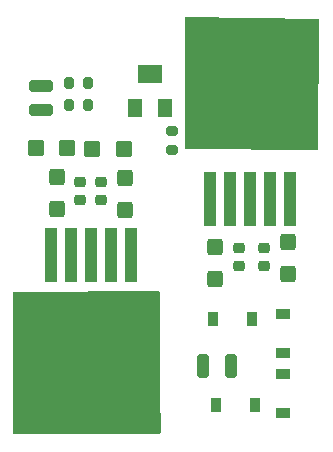
<source format=gbr>
%TF.GenerationSoftware,KiCad,Pcbnew,(6.0.5)*%
%TF.CreationDate,2022-07-20T13:20:04-04:00*%
%TF.ProjectId,torque_motor_design,746f7271-7565-45f6-9d6f-746f725f6465,rev?*%
%TF.SameCoordinates,Original*%
%TF.FileFunction,Paste,Top*%
%TF.FilePolarity,Positive*%
%FSLAX46Y46*%
G04 Gerber Fmt 4.6, Leading zero omitted, Abs format (unit mm)*
G04 Created by KiCad (PCBNEW (6.0.5)) date 2022-07-20 13:20:04*
%MOMM*%
%LPD*%
G01*
G04 APERTURE LIST*
G04 Aperture macros list*
%AMRoundRect*
0 Rectangle with rounded corners*
0 $1 Rounding radius*
0 $2 $3 $4 $5 $6 $7 $8 $9 X,Y pos of 4 corners*
0 Add a 4 corners polygon primitive as box body*
4,1,4,$2,$3,$4,$5,$6,$7,$8,$9,$2,$3,0*
0 Add four circle primitives for the rounded corners*
1,1,$1+$1,$2,$3*
1,1,$1+$1,$4,$5*
1,1,$1+$1,$6,$7*
1,1,$1+$1,$8,$9*
0 Add four rect primitives between the rounded corners*
20,1,$1+$1,$2,$3,$4,$5,0*
20,1,$1+$1,$4,$5,$6,$7,0*
20,1,$1+$1,$6,$7,$8,$9,0*
20,1,$1+$1,$8,$9,$2,$3,0*%
G04 Aperture macros list end*
%ADD10RoundRect,0.225000X0.250000X-0.225000X0.250000X0.225000X-0.250000X0.225000X-0.250000X-0.225000X0*%
%ADD11RoundRect,0.250000X0.425000X-0.450000X0.425000X0.450000X-0.425000X0.450000X-0.425000X-0.450000X0*%
%ADD12RoundRect,0.250000X-0.450000X-0.425000X0.450000X-0.425000X0.450000X0.425000X-0.450000X0.425000X0*%
%ADD13R,1.300000X1.600000*%
%ADD14R,2.000000X1.600000*%
%ADD15RoundRect,0.225000X-0.250000X0.225000X-0.250000X-0.225000X0.250000X-0.225000X0.250000X0.225000X0*%
%ADD16RoundRect,0.200000X0.200000X0.275000X-0.200000X0.275000X-0.200000X-0.275000X0.200000X-0.275000X0*%
%ADD17R,5.250000X4.550000*%
%ADD18R,1.100000X4.600000*%
%ADD19RoundRect,0.250000X0.250000X0.750000X-0.250000X0.750000X-0.250000X-0.750000X0.250000X-0.750000X0*%
%ADD20RoundRect,0.200000X-0.200000X-0.275000X0.200000X-0.275000X0.200000X0.275000X-0.200000X0.275000X0*%
%ADD21R,1.200000X0.900000*%
%ADD22RoundRect,0.250000X-0.425000X0.450000X-0.425000X-0.450000X0.425000X-0.450000X0.425000X0.450000X0*%
%ADD23R,0.900000X1.200000*%
%ADD24RoundRect,0.250000X0.750000X-0.250000X0.750000X0.250000X-0.750000X0.250000X-0.750000X-0.250000X0*%
%ADD25RoundRect,0.200000X-0.275000X0.200000X-0.275000X-0.200000X0.275000X-0.200000X0.275000X0.200000X0*%
G04 APERTURE END LIST*
D10*
%TO.C,C8*%
X179070000Y-49543000D03*
X179070000Y-47993000D03*
%TD*%
D11*
%TO.C,C6*%
X177165000Y-50245000D03*
X177165000Y-47545000D03*
%TD*%
D12*
%TO.C,C10*%
X180112000Y-45178000D03*
X182812000Y-45178000D03*
%TD*%
D13*
%TO.C,RV1*%
X183742000Y-41718000D03*
D14*
X184992000Y-38818000D03*
D13*
X186242000Y-41718000D03*
%TD*%
D15*
%TO.C,C7*%
X194665600Y-53581000D03*
X194665600Y-55131000D03*
%TD*%
D16*
%TO.C,R6*%
X179793400Y-41503600D03*
X178143400Y-41503600D03*
%TD*%
D17*
%TO.C,U3*%
X196267000Y-42718000D03*
X190717000Y-42718000D03*
X196267000Y-37868000D03*
X190717000Y-37868000D03*
D18*
X190092000Y-49443000D03*
X191792000Y-49443000D03*
X193492000Y-49443000D03*
X195192000Y-49443000D03*
X196892000Y-49443000D03*
%TD*%
D19*
%TO.C,Motor+1*%
X191820800Y-63601600D03*
%TD*%
D15*
%TO.C,C5*%
X192532000Y-53581000D03*
X192532000Y-55131000D03*
%TD*%
D20*
%TO.C,R5*%
X178143400Y-39624000D03*
X179793400Y-39624000D03*
%TD*%
D21*
%TO.C,D7*%
X196242000Y-64268000D03*
X196242000Y-67568000D03*
%TD*%
D12*
%TO.C,C9*%
X175307000Y-45085000D03*
X178007000Y-45085000D03*
%TD*%
D17*
%TO.C,U2*%
X182767000Y-65768000D03*
X182767000Y-60918000D03*
X177217000Y-60918000D03*
X177217000Y-65768000D03*
D18*
X183392000Y-54193000D03*
X181692000Y-54193000D03*
X179992000Y-54193000D03*
X178292000Y-54193000D03*
X176592000Y-54193000D03*
%TD*%
D11*
%TO.C,C4*%
X190500000Y-56214000D03*
X190500000Y-53514000D03*
%TD*%
D22*
%TO.C,C12*%
X196646800Y-53056800D03*
X196646800Y-55756800D03*
%TD*%
D23*
%TO.C,D1*%
X190342000Y-59568000D03*
X193642000Y-59568000D03*
%TD*%
D24*
%TO.C,External_(-12V)1*%
X175798000Y-41862000D03*
%TD*%
%TO.C,External_(+12V)1*%
X175798000Y-39818000D03*
%TD*%
D19*
%TO.C,Motor-1*%
X189492000Y-63568000D03*
%TD*%
D25*
%TO.C,R1*%
X186892000Y-43643000D03*
X186892000Y-45293000D03*
%TD*%
D10*
%TO.C,C11*%
X180848000Y-49543000D03*
X180848000Y-47993000D03*
%TD*%
D21*
%TO.C,D5*%
X196292000Y-59168000D03*
X196292000Y-62468000D03*
%TD*%
D22*
%TO.C,C3*%
X182880000Y-47672000D03*
X182880000Y-50372000D03*
%TD*%
D23*
%TO.C,D6*%
X193877200Y-66903600D03*
X190577200Y-66903600D03*
%TD*%
G36*
X199226418Y-34166570D02*
G01*
X199294307Y-34187346D01*
X199340186Y-34241528D01*
X199350980Y-34293585D01*
X199263017Y-45122801D01*
X199242462Y-45190757D01*
X199188431Y-45236813D01*
X199136798Y-45247778D01*
X188097328Y-45228222D01*
X188029243Y-45208099D01*
X187982845Y-45154361D01*
X187971552Y-45102672D01*
X187932457Y-34165898D01*
X187952215Y-34097707D01*
X188005704Y-34051022D01*
X188059890Y-34039456D01*
X199226418Y-34166570D01*
G37*
G36*
X185812517Y-57264834D02*
G01*
X185859095Y-57318415D01*
X185870565Y-57371153D01*
X185860780Y-63164397D01*
X185860781Y-63165083D01*
X185871995Y-64747259D01*
X185871996Y-64748812D01*
X185862005Y-66657036D01*
X185862024Y-66658959D01*
X185901961Y-68266430D01*
X185902000Y-68269559D01*
X185902000Y-69201798D01*
X185881998Y-69269919D01*
X185828342Y-69316412D01*
X185775798Y-69327798D01*
X173557694Y-69308202D01*
X173489605Y-69288091D01*
X173443199Y-69234360D01*
X173431896Y-69182307D01*
X173422109Y-57390462D01*
X173442055Y-57322324D01*
X173495672Y-57275787D01*
X173547908Y-57264357D01*
X185744364Y-57244940D01*
X185812517Y-57264834D01*
G37*
M02*

</source>
